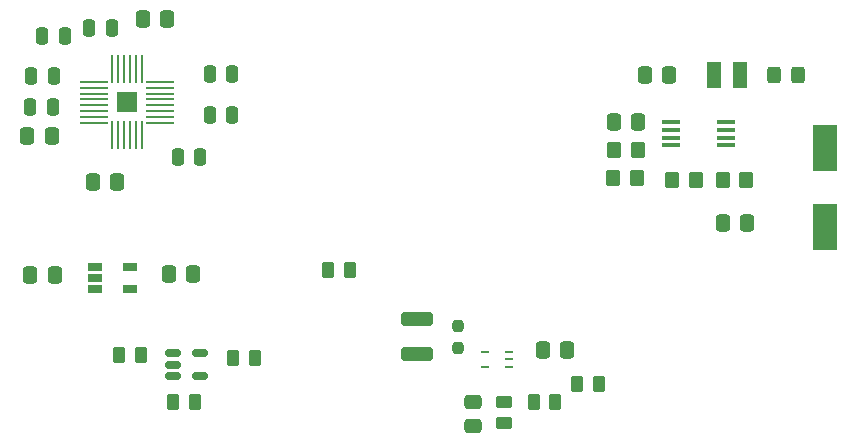
<source format=gbr>
%TF.GenerationSoftware,KiCad,Pcbnew,9.0.1-rc1*%
%TF.CreationDate,2025-04-01T12:09:21-07:00*%
%TF.ProjectId,ECE_442_PCB,4543455f-3434-4325-9f50-43422e6b6963,rev?*%
%TF.SameCoordinates,Original*%
%TF.FileFunction,Paste,Top*%
%TF.FilePolarity,Positive*%
%FSLAX46Y46*%
G04 Gerber Fmt 4.6, Leading zero omitted, Abs format (unit mm)*
G04 Created by KiCad (PCBNEW 9.0.1-rc1) date 2025-04-01 12:09:21*
%MOMM*%
%LPD*%
G01*
G04 APERTURE LIST*
G04 Aperture macros list*
%AMRoundRect*
0 Rectangle with rounded corners*
0 $1 Rounding radius*
0 $2 $3 $4 $5 $6 $7 $8 $9 X,Y pos of 4 corners*
0 Add a 4 corners polygon primitive as box body*
4,1,4,$2,$3,$4,$5,$6,$7,$8,$9,$2,$3,0*
0 Add four circle primitives for the rounded corners*
1,1,$1+$1,$2,$3*
1,1,$1+$1,$4,$5*
1,1,$1+$1,$6,$7*
1,1,$1+$1,$8,$9*
0 Add four rect primitives between the rounded corners*
20,1,$1+$1,$2,$3,$4,$5,0*
20,1,$1+$1,$4,$5,$6,$7,0*
20,1,$1+$1,$6,$7,$8,$9,0*
20,1,$1+$1,$8,$9,$2,$3,0*%
G04 Aperture macros list end*
%ADD10RoundRect,0.250000X0.337500X0.475000X-0.337500X0.475000X-0.337500X-0.475000X0.337500X-0.475000X0*%
%ADD11RoundRect,0.250000X-0.337500X-0.475000X0.337500X-0.475000X0.337500X0.475000X-0.337500X0.475000X0*%
%ADD12RoundRect,0.250000X-0.250000X-0.475000X0.250000X-0.475000X0.250000X0.475000X-0.250000X0.475000X0*%
%ADD13RoundRect,0.250000X0.475000X-0.337500X0.475000X0.337500X-0.475000X0.337500X-0.475000X-0.337500X0*%
%ADD14R,2.400000X0.240000*%
%ADD15R,0.240000X2.400000*%
%ADD16R,1.680000X1.680000*%
%ADD17R,2.400000X0.250000*%
%ADD18R,1.240000X2.220000*%
%ADD19RoundRect,0.250000X0.350000X0.450000X-0.350000X0.450000X-0.350000X-0.450000X0.350000X-0.450000X0*%
%ADD20RoundRect,0.250000X-0.262500X-0.450000X0.262500X-0.450000X0.262500X0.450000X-0.262500X0.450000X0*%
%ADD21R,0.647700X0.254000*%
%ADD22RoundRect,0.250000X-0.350000X-0.450000X0.350000X-0.450000X0.350000X0.450000X-0.350000X0.450000X0*%
%ADD23RoundRect,0.237500X-0.237500X0.250000X-0.237500X-0.250000X0.237500X-0.250000X0.237500X0.250000X0*%
%ADD24R,1.200000X0.650001*%
%ADD25RoundRect,0.250000X0.250000X0.475000X-0.250000X0.475000X-0.250000X-0.475000X0.250000X-0.475000X0*%
%ADD26RoundRect,0.250000X0.262500X0.450000X-0.262500X0.450000X-0.262500X-0.450000X0.262500X-0.450000X0*%
%ADD27RoundRect,0.250000X1.100000X-0.325000X1.100000X0.325000X-1.100000X0.325000X-1.100000X-0.325000X0*%
%ADD28RoundRect,0.250000X-0.450000X0.262500X-0.450000X-0.262500X0.450000X-0.262500X0.450000X0.262500X0*%
%ADD29R,1.536700X0.431800*%
%ADD30R,2.150000X4.000000*%
%ADD31RoundRect,0.150000X-0.512500X-0.150000X0.512500X-0.150000X0.512500X0.150000X-0.512500X0.150000X0*%
%ADD32RoundRect,0.250000X0.325000X0.450000X-0.325000X0.450000X-0.325000X-0.450000X0.325000X-0.450000X0*%
G04 APERTURE END LIST*
D10*
%TO.C,C2*%
X110387500Y-79250000D03*
X108312500Y-79250000D03*
%TD*%
%TO.C,C18*%
X150237500Y-88000000D03*
X148162500Y-88000000D03*
%TD*%
D11*
%TO.C,C20*%
X110512500Y-100900000D03*
X112587500Y-100900000D03*
%TD*%
D10*
%TO.C,C15*%
X152887500Y-84000000D03*
X150812500Y-84000000D03*
%TD*%
D12*
%TO.C,C1*%
X111250000Y-90950000D03*
X113150000Y-90950000D03*
%TD*%
D11*
%TO.C,C17*%
X157412500Y-96550000D03*
X159487500Y-96550000D03*
%TD*%
D13*
%TO.C,C11*%
X136250000Y-113787500D03*
X136250000Y-111712500D03*
%TD*%
D14*
%TO.C,IC1*%
X104150000Y-85100000D03*
X104150000Y-85600000D03*
X104150000Y-86100000D03*
X104150000Y-86600000D03*
X104150000Y-87100000D03*
X104150000Y-87600000D03*
D15*
X105700000Y-89150000D03*
X106200000Y-89150000D03*
X106700000Y-89150000D03*
X107200000Y-89150000D03*
X107700000Y-89150000D03*
X108200000Y-89150000D03*
D14*
X109750000Y-87600000D03*
X109750000Y-87100000D03*
X109750000Y-86600000D03*
X109750000Y-86100000D03*
X109750000Y-85600000D03*
X109750000Y-85100000D03*
D15*
X108200000Y-83550000D03*
X107700000Y-83550000D03*
X107200000Y-83550000D03*
X106700000Y-83550000D03*
X106200000Y-83550000D03*
X105700000Y-83550000D03*
D16*
X106950000Y-86350000D03*
D17*
X104150000Y-84625000D03*
X104150000Y-88075000D03*
X109750000Y-88075000D03*
X109750000Y-84625000D03*
%TD*%
D18*
%TO.C,L1*%
X156660000Y-84000000D03*
X158840000Y-84000000D03*
%TD*%
D19*
%TO.C,R10*%
X159400000Y-92900000D03*
X157400000Y-92900000D03*
%TD*%
D20*
%TO.C,R8*%
X110887500Y-111700000D03*
X112712500Y-111700000D03*
%TD*%
D21*
%TO.C,U2*%
X139322350Y-108749999D03*
X139322350Y-108100000D03*
X139322350Y-107450001D03*
X137277650Y-107450001D03*
X137277650Y-108749999D03*
%TD*%
D22*
%TO.C,R6*%
X153100000Y-92900000D03*
X155100000Y-92900000D03*
%TD*%
D23*
%TO.C,R4*%
X135000000Y-105287500D03*
X135000000Y-107112500D03*
%TD*%
D11*
%TO.C,C10*%
X98525000Y-89200000D03*
X100600000Y-89200000D03*
%TD*%
D24*
%TO.C,U5*%
X104224999Y-100249999D03*
X104224999Y-101200000D03*
X104224999Y-102149998D03*
X107174998Y-102149998D03*
X107174998Y-100249999D03*
%TD*%
D10*
%TO.C,C5*%
X106137500Y-93100000D03*
X104062500Y-93100000D03*
%TD*%
%TO.C,C12*%
X144237500Y-107300000D03*
X142162500Y-107300000D03*
%TD*%
D19*
%TO.C,R11*%
X150200000Y-90400000D03*
X148200000Y-90400000D03*
%TD*%
D25*
%TO.C,C7*%
X105650000Y-80050000D03*
X103750000Y-80050000D03*
%TD*%
D26*
%TO.C,R1*%
X143212500Y-111750000D03*
X141387500Y-111750000D03*
%TD*%
%TO.C,R12*%
X125825000Y-100500000D03*
X124000000Y-100500000D03*
%TD*%
D27*
%TO.C,C13*%
X131550000Y-107675000D03*
X131550000Y-104725000D03*
%TD*%
D28*
%TO.C,R2*%
X138900000Y-111687500D03*
X138900000Y-113512500D03*
%TD*%
D29*
%TO.C,U4*%
X153032250Y-88025001D03*
X153032250Y-88674999D03*
X153032250Y-89325001D03*
X153032250Y-89974999D03*
X157667750Y-89974999D03*
X157667750Y-89325001D03*
X157667750Y-88674999D03*
X157667750Y-88025001D03*
%TD*%
D20*
%TO.C,R5*%
X106287500Y-107750000D03*
X108112500Y-107750000D03*
%TD*%
D25*
%TO.C,C9*%
X115850000Y-83950000D03*
X113950000Y-83950000D03*
%TD*%
D30*
%TO.C,C19*%
X166050000Y-90200000D03*
X166050000Y-96900000D03*
%TD*%
D10*
%TO.C,C16*%
X100837500Y-101000000D03*
X98762500Y-101000000D03*
%TD*%
D31*
%TO.C,U3*%
X110825000Y-107600000D03*
X110825000Y-108550000D03*
X110825000Y-109500000D03*
X113100000Y-109500000D03*
X113100000Y-107600000D03*
%TD*%
D25*
%TO.C,C8*%
X115850000Y-87400000D03*
X113950000Y-87400000D03*
%TD*%
%TO.C,C6*%
X101700000Y-80750000D03*
X99800000Y-80750000D03*
%TD*%
D26*
%TO.C,R3*%
X146912500Y-110150000D03*
X145087500Y-110150000D03*
%TD*%
D25*
%TO.C,C3*%
X100762500Y-84150000D03*
X98862500Y-84150000D03*
%TD*%
%TO.C,C4*%
X100662500Y-86750000D03*
X98762500Y-86750000D03*
%TD*%
D32*
%TO.C,D1*%
X163775000Y-84000000D03*
X161725000Y-84000000D03*
%TD*%
D26*
%TO.C,R7*%
X117775000Y-107950000D03*
X115950000Y-107950000D03*
%TD*%
D19*
%TO.C,R9*%
X150150000Y-92750000D03*
X148150000Y-92750000D03*
%TD*%
M02*

</source>
